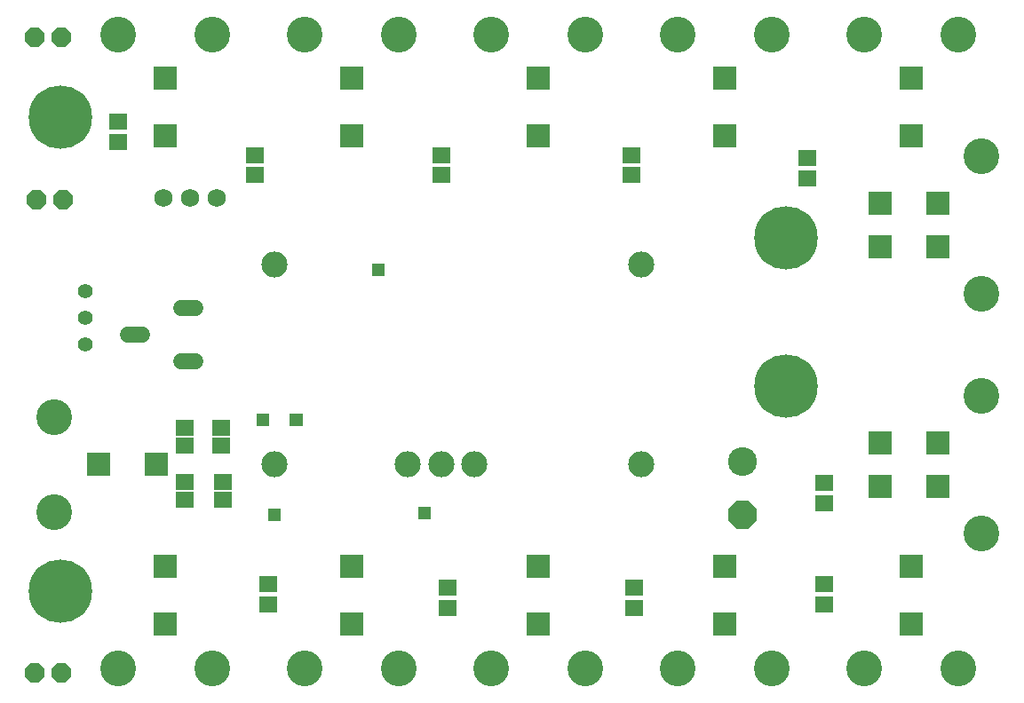
<source format=gts>
G75*
%MOIN*%
%OFA0B0*%
%FSLAX24Y24*%
%IPPOS*%
%LPD*%
%AMOC8*
5,1,8,0,0,1.08239X$1,22.5*
%
%ADD10C,0.1080*%
%ADD11OC8,0.1080*%
%ADD12R,0.0907X0.0907*%
%ADD13C,0.1340*%
%ADD14R,0.0710X0.0592*%
%ADD15C,0.0600*%
%ADD16C,0.0980*%
%ADD17C,0.0556*%
%ADD18OC8,0.0740*%
%ADD19C,0.0680*%
%ADD20R,0.0671X0.0592*%
%ADD21C,0.2380*%
%ADD22R,0.0476X0.0476*%
D10*
X029771Y011708D03*
D11*
X029771Y009708D03*
D12*
X029083Y007748D03*
X029083Y005583D03*
X036083Y005583D03*
X036083Y007748D03*
X037083Y010756D03*
X034918Y010756D03*
X034918Y012410D03*
X037083Y012410D03*
X037083Y019756D03*
X037083Y021410D03*
X034918Y021410D03*
X034918Y019756D03*
X036083Y023918D03*
X036083Y026083D03*
X029083Y026083D03*
X029083Y023918D03*
X022083Y023918D03*
X022083Y026083D03*
X015083Y026083D03*
X015083Y023918D03*
X008083Y023918D03*
X008083Y026083D03*
X007748Y011583D03*
X005583Y011583D03*
X008083Y007748D03*
X008083Y005583D03*
X015083Y005583D03*
X015083Y007748D03*
X022083Y007748D03*
X022083Y005583D03*
D13*
X020311Y003930D03*
X016855Y003930D03*
X013311Y003930D03*
X009855Y003930D03*
X006311Y003930D03*
X003930Y009811D03*
X003930Y013355D03*
X006311Y027737D03*
X009855Y027737D03*
X013311Y027737D03*
X016855Y027737D03*
X020311Y027737D03*
X023855Y027737D03*
X027311Y027737D03*
X030855Y027737D03*
X034311Y027737D03*
X037855Y027737D03*
X038737Y023181D03*
X038737Y017985D03*
X038737Y014181D03*
X038737Y008985D03*
X037855Y003930D03*
X034311Y003930D03*
X030855Y003930D03*
X027311Y003930D03*
X023855Y003930D03*
D14*
X032833Y010147D03*
X032833Y010895D03*
X006333Y023709D03*
X006333Y024457D03*
D15*
X008698Y017458D02*
X009218Y017458D01*
X007218Y016458D02*
X006698Y016458D01*
X008698Y015458D02*
X009218Y015458D01*
D16*
X012208Y019083D03*
X012208Y011583D03*
X017208Y011583D03*
X018458Y011583D03*
X019708Y011583D03*
X025958Y011583D03*
X025958Y019083D03*
D17*
X005083Y018083D03*
X005083Y017083D03*
X005083Y016083D03*
D18*
X003208Y003771D03*
X004208Y003771D03*
X004271Y021521D03*
X003271Y021521D03*
X003208Y027646D03*
X004208Y027646D03*
D19*
X008021Y021583D03*
X009021Y021583D03*
X010021Y021583D03*
D20*
X011458Y022459D03*
X011458Y023207D03*
X018458Y023207D03*
X018458Y022459D03*
X025583Y022459D03*
X025583Y023207D03*
X032208Y023082D03*
X032208Y022334D03*
X032833Y007082D03*
X032833Y006334D03*
X025708Y006209D03*
X025708Y006957D03*
X018708Y006957D03*
X018708Y006209D03*
X011958Y006334D03*
X011958Y007082D03*
X010271Y010248D03*
X010271Y010918D03*
X010208Y012311D03*
X010208Y012980D03*
X008833Y012980D03*
X008833Y012311D03*
X008833Y010918D03*
X008833Y010248D03*
D21*
X004146Y006833D03*
X004146Y024646D03*
X031396Y020083D03*
X031396Y014521D03*
D22*
X017833Y009771D03*
X013021Y013271D03*
X012998Y013271D03*
X011771Y013271D03*
X012208Y009708D03*
X016083Y018896D03*
M02*

</source>
